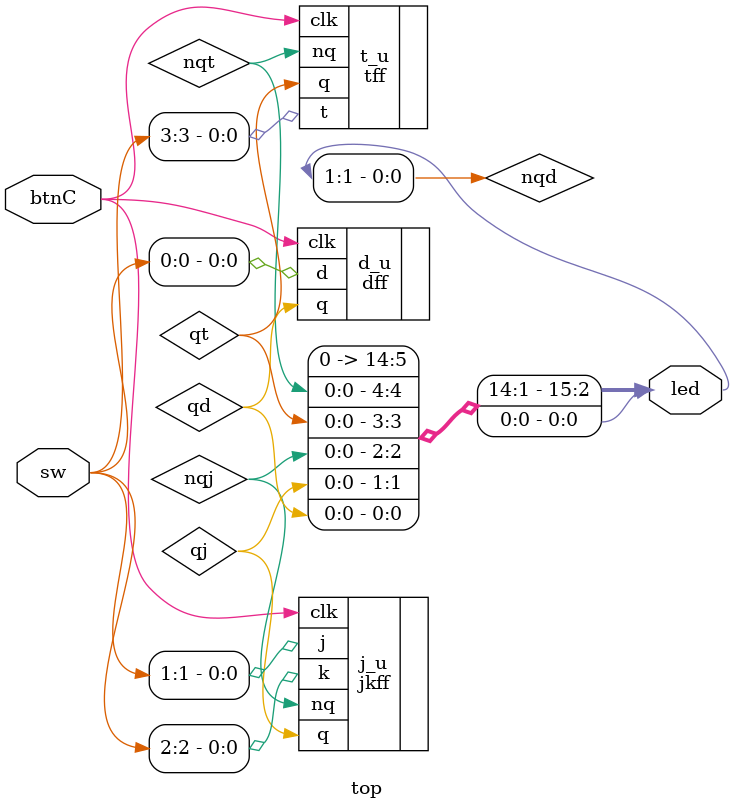
<source format=v>
module top(
    input [15:0] sw,
    input btnC,
    output [15:0] led
);
    wire qd, nqd, qj, nqj, qt, nqt;

    dff  d_u(.d(sw[0]), .clk(btnC), .q(qd));
    jkff j_u(.j(sw[1]), .k(sw[2]), .clk(btnC), .q(qj), .nq(nqj));
    tff  t_u(.t(sw[3]), .clk(btnC), .q(qt), .nq(nqt));

    assign led[0] = qd;
    assign led[1] = nqd;
    assign led[2] = qj;
    assign led[3] = nqj;
    assign led[4] = qt;
    assign led[5] = nqt;
    assign led[15:6] = 10'b0;
endmodule

</source>
